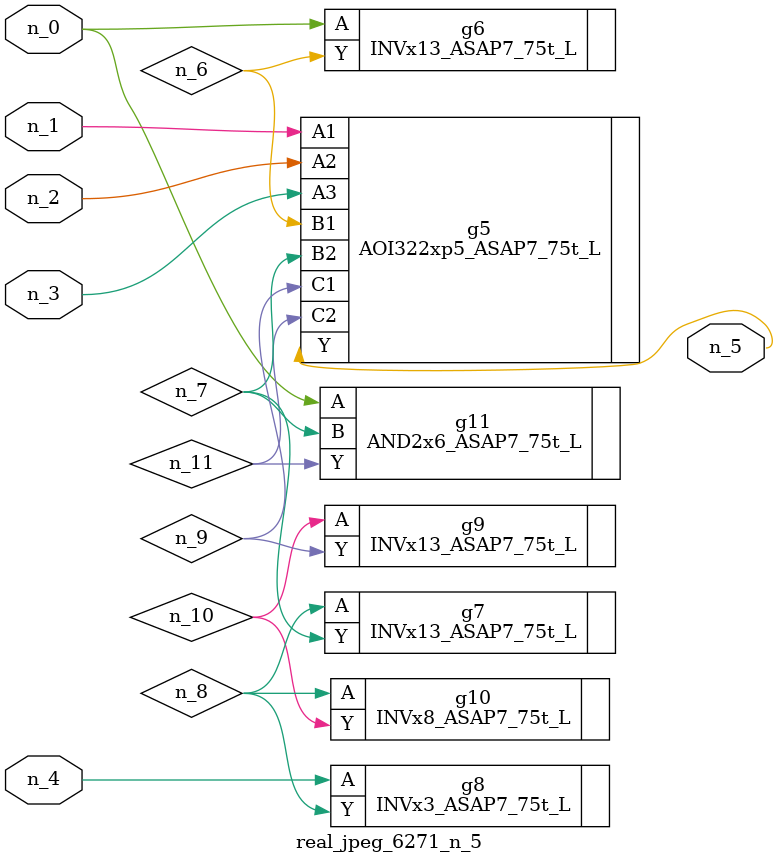
<source format=v>
module real_jpeg_6271_n_5 (n_4, n_0, n_1, n_2, n_3, n_5);

input n_4;
input n_0;
input n_1;
input n_2;
input n_3;

output n_5;

wire n_8;
wire n_11;
wire n_6;
wire n_7;
wire n_10;
wire n_9;

INVx13_ASAP7_75t_L g6 ( 
.A(n_0),
.Y(n_6)
);

AND2x6_ASAP7_75t_L g11 ( 
.A(n_0),
.B(n_7),
.Y(n_11)
);

AOI322xp5_ASAP7_75t_L g5 ( 
.A1(n_1),
.A2(n_2),
.A3(n_3),
.B1(n_6),
.B2(n_7),
.C1(n_9),
.C2(n_11),
.Y(n_5)
);

INVx3_ASAP7_75t_L g8 ( 
.A(n_4),
.Y(n_8)
);

INVx13_ASAP7_75t_L g7 ( 
.A(n_8),
.Y(n_7)
);

INVx8_ASAP7_75t_L g10 ( 
.A(n_8),
.Y(n_10)
);

INVx13_ASAP7_75t_L g9 ( 
.A(n_10),
.Y(n_9)
);


endmodule
</source>
